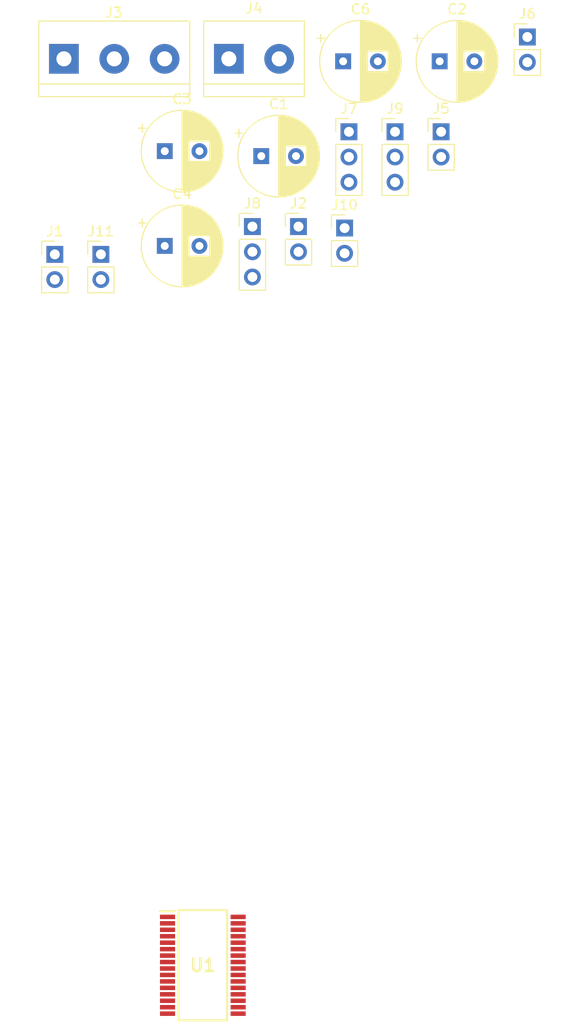
<source format=kicad_pcb>
(kicad_pcb (version 20211014) (generator pcbnew)
  (layers (0 "F.Cu" signal) (31 "B.Cu" signal) (34 "B.Paste" user) (35 "F.Paste" user) (36 "B.SilkS" user "B.Silkscreen") (37 "F.SilkS" user "F.Silkscreen") (38 "B.Mask" user) (39 "F.Mask" user) (44 "Edge.Cuts" user))
  (net 0 "")
  (net 1 "+15V")
  (net 2 "GND")
  (net 3 "-15V")
  (net 4 "Net-(C3-Pad1)")
  (net 5 "Net-(C4-Pad1)")
  (net 6 "Net-(C6-Pad1)")
  (net 7 "Audio R buffer")
  (net 8 "Audio L buffer")
  (net 9 "+3V3")
  (net 10 "Audio L")
  (net 11 "Audio R")
  (net 12 "OUTL")
  (net 13 "L-")
  (net 14 "L+")
  (net 15 "OUTR")
  (net 16 "R-")
  (net 17 "R+")
  (net 18 "Audio R out")
  (net 19 "Audio L out")
  (net 20 "Net-(R2-Pad1)")
  (net 21 "Net-(R1-Pad2)")
  (net 22 "SPI:MOSI")
  (net 23 "SPI:SCK")
  (net 24 "SPI:SS")
  (footprint "Capacitor_THT:CP_Radial_D8.0mm_P3.50mm" (layer "F.Cu") (at -36.580302 86.45)
    (fp_text reference "C3" (at 1.75 -5.25) (layer "F.SilkS"))
    (fp_text value "10 uf/50V")
    (pad "1" thru_hole rect (at 0 0) (size 1.6 1.6) (drill 0.8) (layers *.Cu *.Mask) (net 4 "Net-(C3-Pad1)"))
    (pad "2" thru_hole circle (at 3.5 0) (size 1.6 1.6) (drill 0.8) (layers *.Cu *.Mask) (net 2 "GND"))
  )
  (footprint "Connector_PinHeader_2.54mm:PinHeader_1x02_P2.54mm_Vertical" (layer "F.Cu") (at -43.025 96.85)
    (fp_text reference "J11" (at 0 -2.33) (layer "F.SilkS"))
    (fp_text value "Buffer Out Left")
    (pad "1" thru_hole rect (at 0 0) (size 1.7 1.7) (drill 1) (layers *.Cu *.Mask) (net 19 "Audio L out"))
    (pad "2" thru_hole oval (at 0 2.54) (size 1.7 1.7) (drill 1) (layers *.Cu *.Mask) (net 2 "GND"))
  )
  (footprint "Capacitor_THT:CP_Radial_D8.0mm_P3.50mm" (layer "F.Cu") (at -26.840302 86.95)
    (fp_text reference "C1" (at 1.75 -5.25) (layer "F.SilkS"))
    (fp_text value "100 uf/25V")
    (pad "1" thru_hole rect (at 0 0) (size 1.6 1.6) (drill 0.8) (layers *.Cu *.Mask) (net 1 "+15V"))
    (pad "2" thru_hole circle (at 3.5 0) (size 1.6 1.6) (drill 0.8) (layers *.Cu *.Mask) (net 2 "GND"))
  )
  (footprint "Capacitor_THT:CP_Radial_D8.0mm_P3.50mm" (layer "F.Cu") (at -36.580302 96)
    (fp_text reference "C4" (at 1.75 -5.25) (layer "F.SilkS"))
    (fp_text value "100 uf/25V")
    (pad "1" thru_hole rect (at 0 0) (size 1.6 1.6) (drill 0.8) (layers *.Cu *.Mask) (net 5 "Net-(C4-Pad1)"))
    (pad "2" thru_hole circle (at 3.5 0) (size 1.6 1.6) (drill 0.8) (layers *.Cu *.Mask) (net 2 "GND"))
  )
  (footprint "Connector_PinHeader_2.54mm:PinHeader_1x02_P2.54mm_Vertical" (layer "F.Cu") (at -47.675 96.85)
    (fp_text reference "J1" (at 0 -2.33) (layer "F.SilkS"))
    (fp_text value "Audio In Right")
    (pad "1" thru_hole rect (at 0 0) (size 1.7 1.7) (drill 1) (layers *.Cu *.Mask) (net 7 "Audio R buffer"))
    (pad "2" thru_hole oval (at 0 2.54) (size 1.7 1.7) (drill 1) (layers *.Cu *.Mask) (net 2 "GND"))
  )
  (footprint "TerminalBlock:TerminalBlock_bornier-3_P5.08mm" (layer "F.Cu") (at -46.755 77.15)
    (fp_text reference "J3" (at 5.05 -4.65) (layer "F.SilkS"))
    (fp_text value "Audio Power")
    (pad "1" thru_hole rect (at 0 0) (size 3 3) (drill 1.52) (layers *.Cu *.Mask) (net 1 "+15V"))
    (pad "2" thru_hole circle (at 5.08 0) (size 3 3) (drill 1.52) (layers *.Cu *.Mask) (net 2 "GND"))
    (pad "3" thru_hole circle (at 10.16 0) (size 3 3) (drill 1.52) (layers *.Cu *.Mask) (net 3 "-15V"))
  )
  (footprint "Capacitor_THT:CP_Radial_D8.0mm_P3.50mm" (layer "F.Cu") (at -18.580302 77.4)
    (fp_text reference "C6" (at 1.75 -5.25) (layer "F.SilkS"))
    (fp_text value "100 uf/25V")
    (pad "1" thru_hole rect (at 0 0) (size 1.6 1.6) (drill 0.8) (layers *.Cu *.Mask) (net 6 "Net-(C6-Pad1)"))
    (pad "2" thru_hole circle (at 3.5 0) (size 1.6 1.6) (drill 0.8) (layers *.Cu *.Mask) (net 2 "GND"))
  )
  (footprint "Capacitor_THT:CP_Radial_D8.0mm_P3.50mm" (layer "F.Cu") (at -8.840302 77.4)
    (fp_text reference "C2" (at 1.75 -5.25) (layer "F.SilkS"))
    (fp_text value "100 uf/25V")
    (pad "1" thru_hole rect (at 0 0) (size 1.6 1.6) (drill 0.8) (layers *.Cu *.Mask) (net 2 "GND"))
    (pad "2" thru_hole circle (at 3.5 0) (size 1.6 1.6) (drill 0.8) (layers *.Cu *.Mask) (net 3 "-15V"))
  )
  (footprint "Connector_PinHeader_2.54mm:PinHeader_1x02_P2.54mm_Vertical" (layer "F.Cu") (at -18.435 94.2)
    (fp_text reference "J10" (at 0 -2.33) (layer "F.SilkS"))
    (fp_text value "Buffer Out Right")
    (pad "1" thru_hole rect (at 0 0) (size 1.7 1.7) (drill 1) (layers *.Cu *.Mask) (net 18 "Audio R out"))
    (pad "2" thru_hole oval (at 0 2.54) (size 1.7 1.7) (drill 1) (layers *.Cu *.Mask) (net 2 "GND"))
  )
  (footprint "Connector_PinHeader_2.54mm:PinHeader_1x02_P2.54mm_Vertical" (layer "F.Cu") (at -8.695 84.5)
    (fp_text reference "J5" (at 0 -2.33) (layer "F.SilkS"))
    (fp_text value "Audio In Left")
    (pad "1" thru_hole rect (at 0 0) (size 1.7 1.7) (drill 1) (layers *.Cu *.Mask) (net 10 "Audio L"))
    (pad "2" thru_hole oval (at 0 2.54) (size 1.7 1.7) (drill 1) (layers *.Cu *.Mask) (net 2 "GND"))
  )
  (footprint "TerminalBlock:TerminalBlock_bornier-2_P5.08mm" (layer "F.Cu") (at -30.115 77.15)
    (fp_text reference "J4" (at 2.54 -5.08) (layer "F.SilkS"))
    (fp_text value "Digital Power")
    (pad "1" thru_hole rect (at 0 0) (size 3 3) (drill 1.52) (layers *.Cu *.Mask) (net 9 "+3V3"))
    (pad "2" thru_hole circle (at 5.08 0) (size 3 3) (drill 1.52) (layers *.Cu *.Mask) (net 2 "GND"))
  )
  (footprint "Connector_PinHeader_2.54mm:PinHeader_1x02_P2.54mm_Vertical" (layer "F.Cu") (at 0.005 74.95)
    (fp_text reference "J6" (at 0 -2.33) (layer "F.SilkS"))
    (fp_text value "Audio In Right")
    (pad "1" thru_hole rect (at 0 0) (size 1.7 1.7) (drill 1) (layers *.Cu *.Mask) (net 11 "Audio R"))
    (pad "2" thru_hole oval (at 0 2.54) (size 1.7 1.7) (drill 1) (layers *.Cu *.Mask) (net 2 "GND"))
  )
  (footprint "Connector_PinHeader_2.54mm:PinHeader_1x03_P2.54mm_Vertical" (layer "F.Cu") (at -13.345 84.5)
    (fp_text reference "J9" (at 0 -2.33) (layer "F.SilkS"))
    (fp_text value " Buffer In Right ")
    (pad "1" thru_hole rect (at 0 0) (size 1.7 1.7) (drill 1) (layers *.Cu *.Mask) (net 15 "OUTR"))
    (pad "2" thru_hole oval (at 0 2.54) (size 1.7 1.7) (drill 1) (layers *.Cu *.Mask) (net 16 "R-"))
    (pad "3" thru_hole oval (at 0 5.08) (size 1.7 1.7) (drill 1) (layers *.Cu *.Mask) (net 17 "R+"))
  )
  (footprint "Connector_PinHeader_2.54mm:PinHeader_1x03_P2.54mm_Vertical" (layer "F.Cu") (at -27.735 94.05)
    (fp_text reference "J8" (at 0 -2.33) (layer "F.SilkS"))
    (fp_text value "Buffer In Left")
    (pad "1" thru_hole rect (at 0 0) (size 1.7 1.7) (drill 1) (layers *.Cu *.Mask) (net 12 "OUTL"))
    (pad "2" thru_hole oval (at 0 2.54) (size 1.7 1.7) (drill 1) (layers *.Cu *.Mask) (net 13 "L-"))
    (pad "3" thru_hole oval (at 0 5.08) (size 1.7 1.7) (drill 1) (layers *.Cu *.Mask) (net 14 "L+"))
  )
  (footprint "Muses72323v:SOP65P760X145-32N" (layer "F.Cu") (at -32.738 168.475)
    (fp_text reference "U1" (at 0 0) (layer "F.SilkS") (effects (font (size 1.27 1.27) (thickness 0.254))))
    (fp_text value "Muses_72323" hide)
    (pad "1" smd rect locked (at -3.562 -4.875 90) (size 0.45 1.525) (layers "F.Cu" "F.Paste" "F.Mask") (net 2 "GND"))
    (pad "2" smd rect locked (at -3.562 -4.225 90) (size 0.45 1.525) (layers "F.Cu" "F.Paste" "F.Mask") (net 5 "Net-(C4-Pad1)"))
    (pad "3" smd rect locked (at -3.562 -3.575 90) (size 0.45 1.525) (layers "F.Cu" "F.Paste" "F.Mask") (net 12 "OUTL"))
    (pad "4" smd rect locked (at -3.562 -2.925 90) (size 0.45 1.525) (layers "F.Cu" "F.Paste" "F.Mask") (net 13 "L-"))
    (pad "5" smd rect locked (at -3.562 -2.275 90) (size 0.45 1.525) (layers "F.Cu" "F.Paste" "F.Mask") (net 2 "GND"))
    (pad "6" smd rect locked (at -3.562 -1.625 90) (size 0.45 1.525) (layers "F.Cu" "F.Paste" "F.Mask") (net 14 "L+"))
    (pad "7" smd rect locked (at -3.562 -0.975 90) (size 0.45 1.525) (layers "F.Cu" "F.Paste" "F.Mask") (net 2 "GND"))
    (pad "8" smd rect locked (at -3.562 -0.325 90) (size 0.45 1.525) (layers "F.Cu" "F.Paste" "F.Mask") (net 2 "GND"))
    (pad "9" smd rect locked (at -3.562 0.325 90) (size 0.45 1.525) (layers "F.Cu" "F.Paste" "F.Mask") (net 2 "GND"))
    (pad "10" smd rect locked (at -3.562 0.975 90) (size 0.45 1.525) (layers "F.Cu" "F.Paste" "F.Mask") (net 2 "GND"))
    (pad "11" smd rect locked (at -3.562 1.625 90) (size 0.45 1.525) (layers "F.Cu" "F.Paste" "F.Mask") (net 17 "R+"))
    (pad "12" smd rect locked (at -3.562 2.275 90) (size 0.45 1.525) (layers "F.Cu" "F.Paste" "F.Mask") (net 2 "GND"))
    (pad "13" smd rect locked (at -3.562 2.925 90) (size 0.45 1.525) (layers "F.Cu" "F.Paste" "F.Mask") (net 16 "R-"))
    (pad "14" smd rect locked (at -3.562 3.575 90) (size 0.45 1.525) (layers "F.Cu" "F.Paste" "F.Mask") (net 15 "OUTR"))
    (pad "15" smd rect locked (at -3.562 4.225 90) (size 0.45 1.525) (layers "F.Cu" "F.Paste" "F.Mask") (net 6 "Net-(C6-Pad1)"))
    (pad "16" smd rect locked (at -3.562 4.875 90) (size 0.45 1.525) (layers "F.Cu" "F.Paste" "F.Mask") (net 20 "Net-(R2-Pad1)"))
    (pad "17" smd rect locked (at 3.562 4.875 90) (size 0.45 1.525) (layers "F.Cu" "F.Paste" "F.Mask") (net 21 "Net-(R1-Pad2)"))
    (pad "18" smd rect locked (at 3.562 4.225 90) (size 0.45 1.525) (layers "F.Cu" "F.Paste" "F.Mask") (net 22 "SPI:MOSI"))
    (pad "19" smd rect locked (at 3.562 3.575 90) (size 0.45 1.525) (layers "F.Cu" "F.Paste" "F.Mask") (net 23 "SPI:SCK"))
    (pad "20" smd rect locked (at 3.562 2.925 90) (size 0.45 1.525) (layers "F.Cu" "F.Paste" "F.Mask") (net 24 "SPI:SS"))
    (pad "21" smd rect locked (at 3.562 2.275 90) (size 0.45 1.525) (layers "F.Cu" "F.Paste" "F.Mask") (net 1 "+15V"))
    (pad "22" smd rect locked (at 3.562 1.625 90) (size 0.45 1.525) (layers "F.Cu" "F.Paste" "F.Mask") (net 7 "Audio R buffer"))
    (pad "23" smd rect locked (at 3.562 0.975 90) (size 0.45 1.525) (layers "F.Cu" "F.Paste" "F.Mask") (net 1 "+15V"))
    (pad "24" smd rect locked (at 3.562 0.325 90) (size 0.45 1.525) (layers "F.Cu" "F.Paste" "F.Mask") (net 1 "+15V"))
    (pad "25" smd rect locked (at 3.562 -0.325 90) (size 0.45 1.525) (layers "F.Cu" "F.Paste" "F.Mask") (net 3 "-15V"))
    (pad "26" smd rect locked (at 3.562 -0.975 90) (size 0.45 1.525) (layers "F.Cu" "F.Paste" "F.Mask") (net 3 "-15V"))
    (pad "27" smd rect locked (at 3.562 -1.625 90) (size 0.45 1.525) (layers "F.Cu" "F.Paste" "F.Mask") (net 8 "Audio L buffer"))
    (pad "28" smd rect locked (at 3.562 -2.275 90) (size 0.45 1.525) (layers "F.Cu" "F.Paste" "F.Mask") (net 3 "-15V"))
    (pad "29" smd rect locked (at 3.562 -2.925 90) (size 0.45 1.525) (layers "F.Cu" "F.Paste" "F.Mask") (net 4 "Net-(C3-Pad1)"))
    (pad "30" smd rect locked (at 3.562 -3.575 90) (size 0.45 1.525) (layers "F.Cu" "F.Paste" "F.Mask") (net 2 "GND"))
    (pad "31" smd rect locked (at 3.562 -4.225 90) (size 0.45 1.525) (layers "F.Cu" "F.Paste" "F.Mask") (net 2 "GND"))
    (pad "32" smd rect locked (at 3.562 -4.875 90) (size 0.45 1.525) (layers "F.Cu" "F.Paste" "F.Mask") (net 2 "GND"))
  )
  (footprint "Connector_PinHeader_2.54mm:PinHeader_1x03_P2.54mm_Vertical" (layer "F.Cu") (at -17.995 84.5)
    (fp_text reference "J7" (at 0 -2.33) (layer "F.SilkS"))
    (fp_text value "Buffer Power")
    (pad "1" thru_hole rect (at 0 0) (size 1.7 1.7) (drill 1) (layers *.Cu *.Mask) (net 1 "+15V"))
    (pad "2" thru_hole oval (at 0 2.54) (size 1.7 1.7) (drill 1) (layers *.Cu *.Mask) (net 2 "GND"))
    (pad "3" thru_hole oval (at 0 5.08) (size 1.7 1.7) (drill 1) (layers *.Cu *.Mask) (net 3 "-15V"))
  )
  (footprint "Connector_PinHeader_2.54mm:PinHeader_1x02_P2.54mm_Vertical" (layer "F.Cu") (at -23.085 94.05)
    (fp_text reference "J2" (at 0 -2.33) (layer "F.SilkS"))
    (fp_text value "Audio In Left")
    (pad "1" thru_hole rect (at 0 0) (size 1.7 1.7) (drill 1) (layers *.Cu *.Mask) (net 8 "Audio L buffer"))
    (pad "2" thru_hole oval (at 0 2.54) (size 1.7 1.7) (drill 1) (layers *.Cu *.Mask) (net 2 "GND"))
  )
)
</source>
